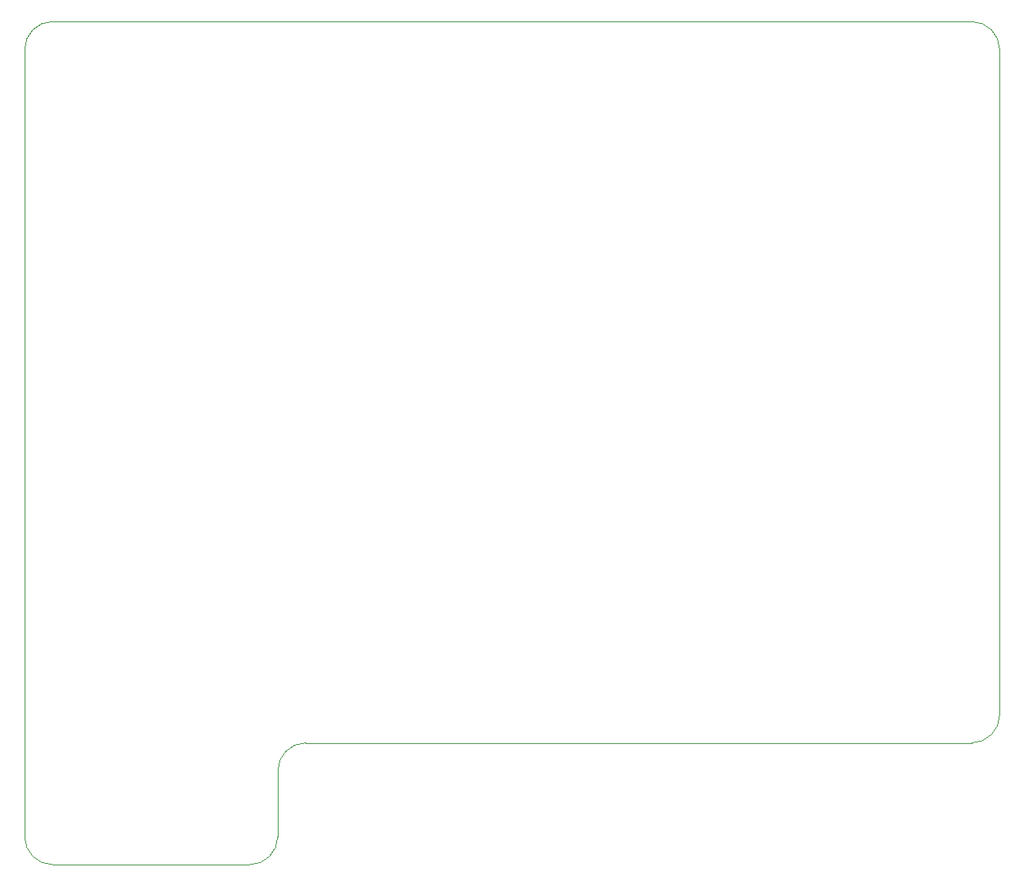
<source format=gbr>
G04 #@! TF.GenerationSoftware,KiCad,Pcbnew,(5.1.2-1)-1*
G04 #@! TF.CreationDate,2019-11-15T20:19:46-06:00*
G04 #@! TF.ProjectId,cherry-huzzah32,63686572-7279-42d6-9875-7a7a61683332,rev?*
G04 #@! TF.SameCoordinates,Original*
G04 #@! TF.FileFunction,Profile,NP*
%FSLAX46Y46*%
G04 Gerber Fmt 4.6, Leading zero omitted, Abs format (unit mm)*
G04 Created by KiCad (PCBNEW (5.1.2-1)-1) date 2019-11-15 20:19:46*
%MOMM*%
%LPD*%
G04 APERTURE LIST*
%ADD10C,0.050000*%
G04 APERTURE END LIST*
D10*
X63000000Y-93000000D02*
G75*
G02X66000000Y-90000000I3000000J0D01*
G01*
X66000000Y-180000000D02*
G75*
G02X63000000Y-177000000I0J3000000D01*
G01*
X87000000Y-180000000D02*
X66000000Y-180000000D01*
X90000000Y-170000000D02*
X90000000Y-177000000D01*
X90000000Y-177000000D02*
G75*
G02X87000000Y-180000000I-3000000J0D01*
G01*
X90000000Y-170000000D02*
G75*
G02X93000000Y-167000000I3000000J0D01*
G01*
X167000000Y-164000000D02*
G75*
G02X164000000Y-167000000I-3000000J0D01*
G01*
X164000000Y-90000000D02*
G75*
G02X167000000Y-93000000I0J-3000000D01*
G01*
X63000000Y-177000000D02*
X63000000Y-93000000D01*
X164000000Y-167000000D02*
X93000000Y-167000000D01*
X167000000Y-93000000D02*
X167000000Y-164000000D01*
X66000000Y-90000000D02*
X164000000Y-90000000D01*
M02*

</source>
